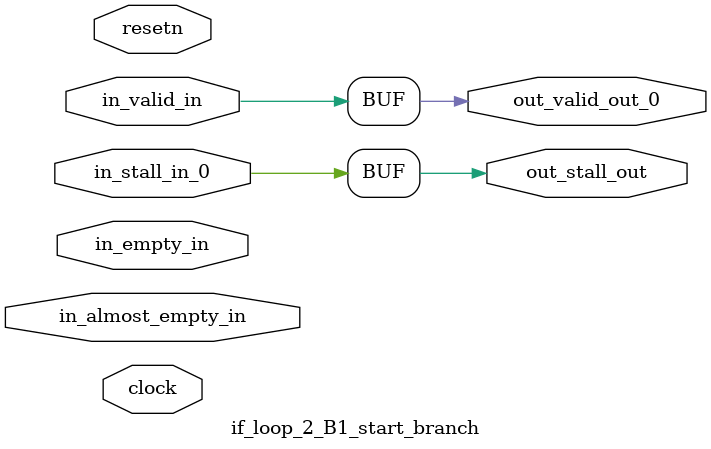
<source format=sv>



(* altera_attribute = "-name AUTO_SHIFT_REGISTER_RECOGNITION OFF; -name MESSAGE_DISABLE 10036; -name MESSAGE_DISABLE 10037; -name MESSAGE_DISABLE 14130; -name MESSAGE_DISABLE 14320; -name MESSAGE_DISABLE 15400; -name MESSAGE_DISABLE 14130; -name MESSAGE_DISABLE 10036; -name MESSAGE_DISABLE 12020; -name MESSAGE_DISABLE 12030; -name MESSAGE_DISABLE 12010; -name MESSAGE_DISABLE 12110; -name MESSAGE_DISABLE 14320; -name MESSAGE_DISABLE 13410; -name MESSAGE_DISABLE 113007; -name MESSAGE_DISABLE 10958" *)
module if_loop_2_B1_start_branch (
    input wire [0:0] in_almost_empty_in,
    input wire [0:0] in_empty_in,
    input wire [0:0] in_stall_in_0,
    input wire [0:0] in_valid_in,
    output wire [0:0] out_stall_out,
    output wire [0:0] out_valid_out_0,
    input wire clock,
    input wire resetn
    );

    reg [0:0] rst_sync_rst_sclrn;


    // out_stall_out(GPOUT,6)
    assign out_stall_out = in_stall_in_0;

    // out_valid_out_0(GPOUT,7)
    assign out_valid_out_0 = in_valid_in;

    // rst_sync(RESETSYNC,8)
    acl_reset_handler #(
        .ASYNC_RESET(0),
        .USE_SYNCHRONIZER(1),
        .PULSE_EXTENSION(0),
        .PIPE_DEPTH(3),
        .DUPLICATE(1)
    ) therst_sync (
        .clk(clock),
        .i_resetn(resetn),
        .o_sclrn(rst_sync_rst_sclrn)
    );

endmodule

</source>
